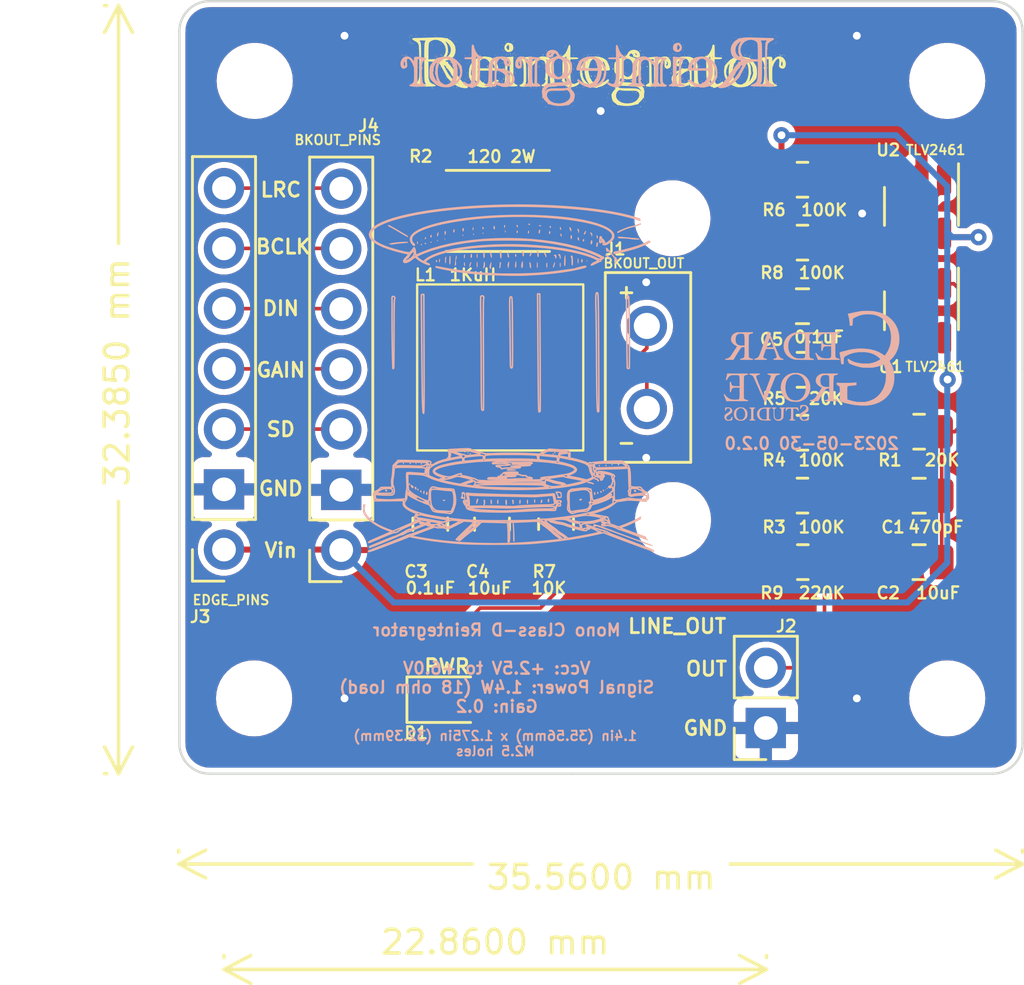
<source format=kicad_pcb>
(kicad_pcb (version 20211014) (generator pcbnew)
  (title_block (title "Mono Reintegrator Breakout") (date "2023-05-30") (rev "0.2.0") (company "Cedar Grove Studios"))
  (layers (0 "F.Cu" signal) (31 "B.Cu" signal) (34 "B.Paste" user) (35 "F.Paste" user) (36 "B.SilkS" user "B.Silkscreen") (37 "F.SilkS" user "F.Silkscreen") (38 "B.Mask" user) (39 "F.Mask" user) (44 "Edge.Cuts" user))
  (net 0 "")
  (net 1 "GND")
  (net 2 "Net-(C1-Pad1)")
  (net 3 "/Vcc")
  (net 4 "Net-(D1-Pad2)")
  (net 5 "/IN+")
  (net 6 "/LINE_OUT")
  (net 7 "/IN-")
  (net 8 "/SD")
  (net 9 "/GAIN")
  (net 10 "/DIN")
  (net 11 "/BCLK")
  (net 12 "/LRC")
  (net 13 "Net-(R4-Pad2)")
  (net 14 "Net-(C5-Pad1)")
  (net 15 "/VREF")
  (net 16 "Net-(C1-Pad2)")
  (net 17 "Net-(L1-Pad1)")
  (footprint "MountingHole:MountingHole_2.7mm_M2.5" (layer "F.Cu") (at 142.9004 92.71)
    (fp_text reference "REF**" hide)
    (fp_text value "MountingHole_2.7mm_M2.5" hide)
    (pad "" np_thru_hole circle locked (at 0 0) (size 2.7 2.7) (drill 2.7) (layers *.Cu *.Mask))
  )
  (footprint "LED_SMD:LED_0805_2012Metric" (layer "F.Cu") (at 151 118.8)
    (fp_text reference "D1" (at -1.3 1.4 180) (layer "F.SilkS") (effects (font (size 0.5 0.5) (thickness 0.1))))
    (fp_text value "PWR" (at 0 -1.4 180) (layer "F.SilkS") (effects (font (size 0.6 0.6) (thickness 0.12))))
    (pad "1" smd roundrect (at -0.9375 0) (size 0.975 1.4) (layers "F.Cu" "F.Paste" "F.Mask") (net 1 "GND"))
    (pad "2" smd roundrect (at 0.9375 0) (size 0.975 1.4) (layers "F.Cu" "F.Paste" "F.Mask") (net 4 "Net-(D1-Pad2)"))
  )
  (footprint "Resistor_SMD:R_0805_2012Metric" (layer "F.Cu") (at 165.985 99.528333 180)
    (fp_text reference "R8" (at 1.285 -1.271667) (layer "F.SilkS") (effects (font (size 0.5 0.5) (thickness 0.1))))
    (fp_text value "100K" (at -0.815 -1.271667) (layer "F.SilkS") (effects (font (size 0.5 0.5) (thickness 0.1))))
    (pad "1" smd roundrect (at -0.9125 0 180) (size 1.025 1.4) (layers "F.Cu" "F.Paste" "F.Mask") (roundrect_rratio 0.243902439) (net 14 "Net-(C5-Pad1)"))
    (pad "2" smd roundrect (at 0.9125 0 180) (size 1.025 1.4) (layers "F.Cu" "F.Paste" "F.Mask") (roundrect_rratio 0.243902439) (net 1 "GND"))
  )
  (footprint "MountingHole:MountingHole_2.7mm_M2.5" (layer "F.Cu") (at 172.085 118.745)
    (fp_text reference "REF**" hide)
    (fp_text value "MountingHole_2.7mm_M2.5" hide)
    (pad "" np_thru_hole circle locked (at 0 0) (size 2.7 2.7) (drill 2.7) (layers *.Cu *.Mask))
  )
  (footprint "Package_TO_SOT_SMD:SOT-23-5" (layer "F.Cu") (at 171 98 -90)
    (fp_text reference "U2" (at -2.376667 1.4 180) (layer "F.SilkS") (effects (font (size 0.5 0.5) (thickness 0.1))))
    (fp_text value "TLV2461" (at -2.376667 -0.6 180) (layer "F.SilkS") (effects (font (size 0.4 0.4) (thickness 0.08))))
    (pad "1" smd roundrect (at -1.1375 -0.95 270) (size 1.325 0.6) (layers "F.Cu" "F.Paste" "F.Mask") (net 15 "/VREF"))
    (pad "2" smd roundrect (at -1.1375 0 270) (size 1.325 0.6) (layers "F.Cu" "F.Paste" "F.Mask") (net 1 "GND"))
    (pad "3" smd roundrect (at -1.1375 0.95 270) (size 1.325 0.6) (layers "F.Cu" "F.Paste" "F.Mask") (net 14 "Net-(C5-Pad1)"))
    (pad "4" smd roundrect (at 1.1375 0.95 270) (size 1.325 0.6) (layers "F.Cu" "F.Paste" "F.Mask") (net 15 "/VREF"))
    (pad "5" smd roundrect (at 1.1375 -0.95 270) (size 1.325 0.6) (layers "F.Cu" "F.Paste" "F.Mask") (net 3 "/Vcc"))
  )
  (footprint "Capacitor_SMD:C_0805_2012Metric" (layer "F.Cu") (at 170.9 113 180)
    (fp_text reference "C2" (at 1.3 -1.3) (layer "F.SilkS") (effects (font (size 0.5 0.5) (thickness 0.1))))
    (fp_text value "10uF" (at -0.8 -1.3) (layer "F.SilkS") (effects (font (size 0.5 0.5) (thickness 0.1))))
    (pad "1" smd roundrect (at -0.95 0 180) (size 1 1.45) (layers "F.Cu" "F.Paste" "F.Mask") (net 16 "Net-(C1-Pad2)"))
    (pad "2" smd roundrect (at 0.95 0 180) (size 1 1.45) (layers "F.Cu" "F.Paste" "F.Mask") (net 6 "/LINE_OUT"))
  )
  (footprint "TerminalBlock_4Ucon:TerminalBlock_4Ucon_1x02_P3.50mm_Vertical" (layer "F.Cu") (at 159.4254 103.0412 -90)
    (fp_text reference "J1" (at -3.2412 1.3254 180) (layer "F.SilkS") (effects (font (size 0.5 0.5) (thickness 0.1))))
    (fp_text value "BKOUT_OUT" (at -2.6412 0.1254 180) (layer "F.SilkS") (effects (font (size 0.4 0.4) (thickness 0.08))))
    (pad "1" thru_hole circle (at 0 0 270) (size 1.7 1.7) (drill 1.1) (layers *.Cu *.Mask) (net 5 "/IN+"))
    (pad "2" thru_hole circle (at 3.5 0 270) (size 1.7 1.7) (drill 1.1) (layers *.Cu *.Mask) (net 7 "/IN-"))
  )
  (footprint "MountingHole:MountingHole_2.7mm_M2.5" (layer "F.Cu") (at 142.875 118.745)
    (fp_text reference "REF**" hide)
    (fp_text value "MountingHole_2.7mm_M2.5" hide)
    (pad "" np_thru_hole circle locked (at 0 0) (size 2.7 2.7) (drill 2.7) (layers *.Cu *.Mask))
  )
  (footprint "MountingHole:MountingHole_2.7mm_M2.5" (layer "F.Cu") (at 172.085 92.71)
    (fp_text reference "REF**" hide)
    (fp_text value "MountingHole_2.7mm_M2.5" hide)
    (pad "" np_thru_hole circle locked (at 0 0) (size 2.7 2.7) (drill 2.7) (layers *.Cu *.Mask))
  )
  (footprint "Resistor_SMD:R_0805_2012Metric" (layer "F.Cu") (at 155.6 111.4 -90)
    (fp_text reference "R7" (at 2 0.5 180) (layer "F.SilkS") (effects (font (size 0.5 0.5) (thickness 0.1))))
    (fp_text value "10K" (at 2.7 0.3 180) (layer "F.SilkS") (effects (font (size 0.5 0.5) (thickness 0.1))))
    (pad "1" smd roundrect (at -0.9125 0 270) (size 1.025 1.4) (layers "F.Cu" "F.Paste" "F.Mask") (roundrect_rratio 0.243902439) (net 3 "/Vcc"))
    (pad "2" smd roundrect (at 0.9125 0 270) (size 1.025 1.4) (layers "F.Cu" "F.Paste" "F.Mask") (roundrect_rratio 0.243902439) (net 4 "Net-(D1-Pad2)"))
  )
  (footprint "Package_TO_SOT_SMD:SOT-23-5" (layer "F.Cu") (at 171 102.4 -90)
    (fp_text reference "U1" (at 2.3625 1.3) (layer "F.SilkS") (effects (font (size 0.5 0.5) (thickness 0.1))))
    (fp_text value "TLV2461" (at 2.3625 -0.57) (layer "F.SilkS") (effects (font (size 0.4 0.4) (thickness 0.08))))
    (pad "1" smd roundrect (at -1.1375 -0.95 270) (size 1.325 0.6) (layers "F.Cu" "F.Paste" "F.Mask") (net 16 "Net-(C1-Pad2)"))
    (pad "2" smd roundrect (at -1.1375 0 270) (size 1.325 0.6) (layers "F.Cu" "F.Paste" "F.Mask") (net 1 "GND"))
    (pad "3" smd roundrect (at -1.1375 0.95 270) (size 1.325 0.6) (layers "F.Cu" "F.Paste" "F.Mask") (net 13 "Net-(R4-Pad2)"))
    (pad "4" smd roundrect (at 1.1375 0.95 270) (size 1.325 0.6) (layers "F.Cu" "F.Paste" "F.Mask") (net 2 "Net-(C1-Pad1)"))
    (pad "5" smd roundrect (at 1.1375 -0.95 270) (size 1.325 0.6) (layers "F.Cu" "F.Paste" "F.Mask") (net 3 "/Vcc"))
  )
  (footprint "MountingHole:MountingHole_2.7mm_M2.5" (layer "F.Cu") (at 160.5026 98.5012)
    (fp_text reference "REF**" hide)
    (fp_text value "MountingHole_2.7mm_M2.5" hide)
    (pad "" np_thru_hole circle locked (at 0 0) (size 2.7 2.7) (drill 2.7) (layers *.Cu *.Mask))
  )
  (footprint "Capacitor_SMD:C_0805_2012Metric" (layer "F.Cu") (at 150.3 111.4 -90)
    (fp_text reference "C3" (at 2 0.6) (layer "F.SilkS") (effects (font (size 0.5 0.5) (thickness 0.1))))
    (fp_text value "0.1uF" (at 2.7 0) (layer "F.SilkS") (effects (font (size 0.5 0.5) (thickness 0.1))))
    (pad "1" smd roundrect (at -0.95 0 270) (size 1 1.45) (layers "F.Cu" "F.Paste" "F.Mask") (net 3 "/Vcc"))
    (pad "2" smd roundrect (at 0.95 0 270) (size 1 1.45) (layers "F.Cu" "F.Paste" "F.Mask") (net 1 "GND"))
  )
  (footprint "Resistor_SMD:R_0805_2012Metric" (layer "F.Cu") (at 170.9 107.5)
    (fp_text reference "R1" (at -1.23 1.2) (layer "F.SilkS") (effects (font (size 0.5 0.5) (thickness 0.1))))
    (fp_text value "20K" (at 0.97 1.2) (layer "F.SilkS") (effects (font (size 0.5 0.5) (thickness 0.1))))
    (pad "1" smd roundrect (at -0.9125 0) (size 1.025 1.4) (layers "F.Cu" "F.Paste" "F.Mask") (roundrect_rratio 0.243902439) (net 2 "Net-(C1-Pad1)"))
    (pad "2" smd roundrect (at 0.9125 0) (size 1.025 1.4) (layers "F.Cu" "F.Paste" "F.Mask") (roundrect_rratio 0.243902439) (net 16 "Net-(C1-Pad2)"))
  )
  (footprint "Inductor_SMD:L_Bourns_SRR7045" (layer "F.Cu") (at 153.2454 104.7912 90)
    (fp_text reference "L1" (at 3.9 -3.15 unlocked) (layer "F.SilkS") (effects (font (size 0.5 0.5) (thickness 0.1))))
    (fp_text value "1KuH" (at 3.9 -1.15 unlocked) (layer "F.SilkS") (effects (font (size 0.5 0.5) (thickness 0.1))))
    (pad "1" smd rect (at 0 -3.3 90) (size 2.4 1.2) (layers "F.Cu" "F.Paste" "F.Mask") (net 17 "Net-(L1-Pad1)"))
    (pad "2" smd rect (at 0 3.3 90) (size 2.4 1.2) (layers "F.Cu" "F.Paste" "F.Mask") (net 7 "/IN-"))
  )
  (footprint "Capacitor_SMD:C_0805_2012Metric" (layer "F.Cu") (at 152.9 111.4 -90)
    (fp_text reference "C4" (at 2 0.6) (layer "F.SilkS") (effects (font (size 0.5 0.5) (thickness 0.1))))
    (fp_text value "10uF" (at 2.7 0.1) (layer "F.SilkS") (effects (font (size 0.5 0.5) (thickness 0.1))))
    (pad "1" smd roundrect (at -0.95 0 270) (size 1 1.45) (layers "F.Cu" "F.Paste" "F.Mask") (net 3 "/Vcc"))
    (pad "2" smd roundrect (at 0.95 0 270) (size 1 1.45) (layers "F.Cu" "F.Paste" "F.Mask") (net 1 "GND"))
  )
  (footprint "Capacitor_SMD:C_0805_2012Metric" (layer "F.Cu") (at 165.985 102.209999 180)
    (fp_text reference "C5" (at 1.3 -1.4) (layer "F.SilkS") (effects (font (size 0.5 0.5) (thickness 0.1))))
    (fp_text value "0.1uF" (at -0.7 -1.3) (layer "F.SilkS") (effects (font (size 0.5 0.5) (thickness 0.1))))
    (pad "1" smd roundrect (at -0.95 0 180) (size 1 1.45) (layers "F.Cu" "F.Paste" "F.Mask") (net 14 "Net-(C5-Pad1)"))
    (pad "2" smd roundrect (at 0.95 0 180) (size 1 1.45) (layers "F.Cu" "F.Paste" "F.Mask") (net 1 "GND"))
  )
  (footprint "Connector_PinSocket_2.54mm:PinSocket_1x02_P2.54mm_Vertical" (layer "F.Cu") (at 164.44 119.995 180)
    (fp_text reference "J2" (at -0.86 4.295 180) (layer "F.SilkS") (effects (font (size 0.5 0.5) (thickness 0.1))))
    (fp_text value "LINE_OUT" (at 3.74 4.295 180) (layer "F.SilkS") (effects (font (size 0.6 0.6) (thickness 0.12))))
    (pad "1" thru_hole rect locked (at 0 0 180) (size 1.7 1.7) (drill 1) (layers *.Cu *.Mask) (net 1 "GND"))
    (pad "2" thru_hole oval locked (at 0 2.54 180) (size 1.7 1.7) (drill 1) (layers *.Cu *.Mask) (net 6 "/LINE_OUT"))
  )
  (footprint "Resistor_SMD:R_0805_2012Metric" (layer "F.Cu") (at 165.985 107.543331)
    (fp_text reference "R4" (at -1.195 1.156669) (layer "F.SilkS") (effects (font (size 0.5 0.5) (thickness 0.1))))
    (fp_text value "100K" (at 0.805 1.156669) (layer "F.SilkS") (effects (font (size 0.5 0.5) (thickness 0.1))))
    (pad "1" smd roundrect (at -0.9125 0) (size 1.025 1.4) (layers "F.Cu" "F.Paste" "F.Mask") (roundrect_rratio 0.243902439) (net 5 "/IN+"))
    (pad "2" smd roundrect (at 0.9125 0) (size 1.025 1.4) (layers "F.Cu" "F.Paste" "F.Mask") (roundrect_rratio 0.243902439) (net 13 "Net-(R4-Pad2)"))
  )
  (footprint "Resistor_SMD:R_0805_2012Metric" (layer "F.Cu") (at 165.985 96.876667)
    (fp_text reference "R6" (at -1.2 1.27375) (layer "F.SilkS") (effects (font (size 0.5 0.5) (thickness 0.1))))
    (fp_text value "100K" (at 0.915 1.27375) (layer "F.SilkS") (effects (font (size 0.5 0.5) (thickness 0.1))))
    (pad "1" smd roundrect (at -0.9125 0) (size 1.025 1.4) (layers "F.Cu" "F.Paste" "F.Mask") (roundrect_rratio 0.243902439) (net 3 "/Vcc"))
    (pad "2" smd roundrect (at 0.9125 0) (size 1.025 1.4) (layers "F.Cu" "F.Paste" "F.Mask") (roundrect_rratio 0.243902439) (net 14 "Net-(C5-Pad1)"))
  )
  (footprint "CedarGrove_custom:reintegrator_logo_text_fuzz_0.75in" (layer "F.Cu") (at 157.48 92.075)
    (fp_text reference "REF**" hide)
    (fp_text value "reintegrator_logo_text_fuzz_0.75in" hide)
  )
  (footprint "Capacitor_SMD:C_0805_2012Metric" (layer "F.Cu") (at 170.9 110.2)
    (fp_text reference "C1" (at -1.1 1.323333) (layer "F.SilkS") (effects (font (size 0.5 0.5) (thickness 0.1))))
    (fp_text value "470pF" (at 0.704 1.323333) (layer "F.SilkS") (effects (font (size 0.5 0.5) (thickness 0.1))))
    (pad "1" smd roundrect (at -0.95 0) (size 1 1.45) (layers "F.Cu" "F.Paste" "F.Mask") (net 2 "Net-(C1-Pad1)"))
    (pad "2" smd roundrect (at 0.95 0) (size 1 1.45) (layers "F.Cu" "F.Paste" "F.Mask") (net 16 "Net-(C1-Pad2)"))
  )
  (footprint "Connector_PinSocket_2.54mm:PinSocket_1x07_P2.54mm_Vertical" (layer "F.Cu") (at 146.5454 112.4912 180)
    (fp_text reference "J4" (at -1.1546 17.8912) (layer "F.SilkS") (effects (font (size 0.5 0.5) (thickness 0.1))))
    (fp_text value "BKOUT_PINS" (at 0.1454 17.2912) (layer "F.SilkS") (effects (font (size 0.4 0.4) (thickness 0.08))))
    (pad "1" thru_hole circle locked (at 0 0 180) (size 1.7 1.7) (drill 1) (layers *.Cu *.Mask) (net 3 "/Vcc"))
    (pad "2" thru_hole rect locked (at 0 2.54 180) (size 1.7 1.7) (drill 1) (layers *.Cu *.Mask) (net 1 "GND"))
    (pad "3" thru_hole oval locked (at 0 5.08 180) (size 1.7 1.7) (drill 1) (layers *.Cu *.Mask) (net 8 "/SD"))
    (pad "4" thru_hole oval locked (at 0 7.62 180) (size 1.7 1.7) (drill 1) (layers *.Cu *.Mask) (net 9 "/GAIN"))
    (pad "5" thru_hole oval locked (at 0 10.16 180) (size 1.7 1.7) (drill 1) (layers *.Cu *.Mask) (net 10 "/DIN"))
    (pad "6" thru_hole oval locked (at 0 12.7 180) (size 1.7 1.7) (drill 1) (layers *.Cu *.Mask) (net 11 "/BCLK"))
    (pad "7" thru_hole oval locked (at 0 15.24 180) (size 1.7 1.7) (drill 1) (layers *.Cu *.Mask) (net 12 "/LRC"))
  )
  (footprint "Resistor_SMD:R_0805_2012Metric" (layer "F.Cu") (at 166 113 180)
    (fp_text reference "R9" (at 1.3 -1.3) (layer "F.SilkS") (effects (font (size 0.5 0.5) (thickness 0.1))))
    (fp_text value "220K" (at -0.8 -1.3) (layer "F.SilkS") (effects (font (size 0.5 0.5) (thickness 0.1))))
    (pad "1" smd roundrect (at -0.9125 0 180) (size 1.025 1.4) (layers "F.Cu" "F.Paste" "F.Mask") (roundrect_rratio 0.243902439) (net 6 "/LINE_OUT"))
    (pad "2" smd roundrect (at 0.9125 0 180) (size 1.025 1.4) (layers "F.Cu" "F.Paste" "F.Mask") (roundrect_rratio 0.243902439) (net 1 "GND"))
  )
  (footprint "Resistor_SMD:R_2512_6332Metric" (layer "F.Cu") (at 153.1454 98.1912 180)
    (fp_text reference "R2" (at 3.2454 2.3 180) (layer "F.SilkS") (effects (font (size 0.5 0.5) (thickness 0.1))))
    (fp_text value "120 2W" (at -0.1546 2.2912 180) (layer "F.SilkS") (effects (font (size 0.5 0.5) (thickness 0.1))))
    (pad "1" smd roundrect locked (at -2.9625 0 180) (size 1.225 3.35) (layers "F.Cu" "F.Paste" "F.Mask") (roundrect_rratio 0.2040816327) (net 5 "/IN+"))
    (pad "2" smd roundrect locked (at 2.9625 0 180) (size 1.225 3.35) (layers "F.Cu" "F.Paste" "F.Mask") (roundrect_rratio 0.2040816327) (net 17 "Net-(L1-Pad1)"))
  )
  (footprint "MountingHole:MountingHole_2.7mm_M2.5" (layer "F.Cu") (at 160.528 111.2266)
    (fp_text reference "REF**" hide)
    (fp_text value "MountingHole_2.7mm_M2.5" hide)
    (pad "" np_thru_hole circle locked (at 0 0) (size 2.7 2.7) (drill 2.7) (layers *.Cu *.Mask))
  )
  (footprint "Connector_PinSocket_2.54mm:PinSocket_1x07_P2.54mm_Vertical" (layer "F.Cu") (at 141.6054 112.4712 180)
    (fp_text reference "J3" (at 1.0054 -2.8288) (layer "F.SilkS") (effects (font (size 0.5 0.5) (thickness 0.1))))
    (fp_text value "EDGE_PINS" (at -0.2946 -2.1288) (layer "F.SilkS") (effects (font (size 0.4 0.4) (thickness 0.08))))
    (pad "1" thru_hole circle locked (at 0 0 180) (size 1.7 1.7) (drill 1) (layers *.Cu *.Mask) (net 3 "/Vcc"))
    (pad "2" thru_hole rect locked (at 0 2.54 180) (size 1.7 1.7) (drill 1) (layers *.Cu *.Mask) (net 1 "GND"))
    (pad "3" thru_hole oval locked (at 0 5.08 180) (size 1.7 1.7) (drill 1) (layers *.Cu *.Mask) (net 8 "/SD"))
    (pad "4" thru_hole oval locked (at 0 7.62 180) (size 1.7 1.7) (drill 1) (layers *.Cu *.Mask) (net 9 "/GAIN"))
    (pad "5" thru_hole oval locked (at 0 10.16 180) (size 1.7 1.7) (drill 1) (layers *.Cu *.Mask) (net 10 "/DIN"))
    (pad "6" thru_hole oval locked (at 0 12.7 180) (size 1.7 1.7) (drill 1) (layers *.Cu *.Mask) (net 11 "/BCLK"))
    (pad "7" thru_hole oval locked (at 0 15.24 180) (size 1.7 1.7) (drill 1) (layers *.Cu *.Mask) (net 12 "/LRC"))
  )
  (footprint "Resistor_SMD:R_0805_2012Metric" (layer "F.Cu") (at 165.985 104.891665 180)
    (fp_text reference "R5" (at 1.195 -1.215) (layer "F.SilkS") (effects (font (size 0.5 0.5) (thickness 0.1))))
    (fp_text value "20K" (at -1.005 -1.215) (layer "F.SilkS") (effects (font (size 0.5 0.5) (thickness 0.1))))
    (pad "1" smd roundrect (at -0.9125 0 180) (size 1.025 1.4) (layers "F.Cu" "F.Paste" "F.Mask") (roundrect_rratio 0.243902439) (net 13 "Net-(R4-Pad2)"))
    (pad "2" smd roundrect (at 0.9125 0 180) (size 1.025 1.4) (layers "F.Cu" "F.Paste" "F.Mask") (roundrect_rratio 0.243902439) (net 15 "/VREF"))
  )
  (footprint "Resistor_SMD:R_0805_2012Metric" (layer "F.Cu") (at 165.985 110.194997)
    (fp_text reference "R3" (at -1.195 1.328336) (layer "F.SilkS") (effects (font (size 0.5 0.5) (thickness 0.1))))
    (fp_text value "100K" (at 0.805 1.328336) (layer "F.SilkS") (effects (font (size 0.5 0.5) (thickness 0.1))))
    (pad "1" smd roundrect (at -0.9125 0) (size 1.025 1.4) (layers "F.Cu" "F.Paste" "F.Mask") (roundrect_rratio 0.243902439) (net 7 "/IN-"))
    (pad "2" smd roundrect (at 0.9125 0) (size 1.025 1.4) (layers "F.Cu" "F.Paste" "F.Mask") (roundrect_rratio 0.243902439) (net 2 "Net-(C1-Pad1)"))
  )
  (footprint "CedarGrove_custom:reintegrator_0.5x0.7in" (layer "B.Cu") (at 153.67 104.775 180)
    (fp_text reference "REF**" hide)
    (fp_text value "reintegrator_0.5x0.7in" hide)
  )
  (footprint "CedarGrove_custom:reintegrator_logo_text_fuzz_0.75in" (layer "B.Cu") (at 156.845 92.075 180)
    (fp_text reference "REF**" hide)
    (fp_text value "reintegrator_logo_text_fuzz_0.75in" hide)
  )
  (footprint "CedarGrove_custom:CedarGroveStudios_TEXT_LOGO_8x5_4mm" (layer "B.Cu") (at 166.30489 104.7 180)
    (fp_text reference "G***" hide)
    (fp_text value "LOGO" hide)
  )
  (gr_line (start 139.7254 90.618174) (end 139.7254 104.8512) (layer "Edge.Cuts") (width 0.1))
  (gr_arc (start 140.9954 121.92) (mid 140.097374 121.548026) (end 139.7254 120.65) (layer "Edge.Cuts") (width 0.1))
  (gr_line (start 173.99 89.348174) (end 156.2354 89.348174) (layer "Edge.Cuts") (width 0.1))
  (gr_line (start 156.2354 89.348174) (end 140.9954 89.348174) (layer "Edge.Cuts") (width 0.1))
  (gr_arc (start 175.26 120.649999) (mid 174.888026 121.548025) (end 173.99 121.919999) (layer "Edge.Cuts") (width 0.1))
  (gr_line (start 175.26 104.851199) (end 175.26 120.649999) (layer "Edge.Cuts") (width 0.1))
  (gr_line (start 139.7254 104.8512) (end 139.7254 120.65) (layer "Edge.Cuts") (width 0.1))
  (gr_arc (start 173.99 89.348174) (mid 174.888026 89.720148) (end 175.26 90.618174) (layer "Edge.Cuts") (width 0.1))
  (gr_line (start 173.99 121.919999) (end 156.2354 121.92) (layer "Edge.Cuts") (width 0.1))
  (gr_line (start 156.2354 121.92) (end 140.9954 121.92) (layer "Edge.Cuts") (width 0.1))
  (gr_arc (start 139.7254 90.618174) (mid 140.097374 89.720148) (end 140.9954 89.348174) (layer "Edge.Cuts") (width 0.1))
  (gr_line (start 175.26 90.618174) (end 175.26 104.851199) (layer "Edge.Cuts") (width 0.1))
  (gr_text "Mono Class-D Reintegrator\n\nVcc: +2.5V to +6.0V\nSignal Power: 1.4W (18 ohm load)\nGain: 0.2\n" (at 153.1 117.475) (layer "B.SilkS") (effects (font (size 0.5 0.5) (thickness 0.1)) (justify mirror)))
  (gr_text "1.4in (35.56mm) x 1.275in (32.39mm)\nM2.5 holes" (at 153.035 120.65) (layer "B.SilkS") (effects (font (size 0.4 0.4) (thickness 0.08)) (justify mirror)))
  (gr_text "2023-05-30 0.2.0" (at 166.37 108) (layer "B.SilkS") (effects (font (size 0.5 0.5) (thickness 0.1)) (justify mirror)))
  (gr_text "BCLK" (at 144.1 99.7) (layer "F.SilkS") (effects (font (size 0.6 0.6) (thickness 0.12))))
  (gr_text "Vin" (at 144 112.5) (layer "F.SilkS") (effects (font (size 0.6 0.6) (thickness 0.12))))
  (gr_text "GND" (at 144 109.9) (layer "F.SilkS") (effects (font (size 0.6 0.6) (thickness 0.12))))
  (gr_text "GAIN" (at 144 104.9) (layer "F.SilkS") (effects (font (size 0.6 0.6) (thickness 0.12))))
  (gr_text "GND" (at 160.9 120) (layer "F.SilkS") (effects (font (size 0.6 0.6) (thickness 0.12)) (justify left)))
  (gr_text "+" (at 158.115 101.6) (layer "F.SilkS") (effects (font (size 0.6 0.6) (thickness 0.12)) (justify left)))
  (gr_text "DIN" (at 144 102.3) (layer "F.SilkS") (effects (font (size 0.6 0.6) (thickness 0.12))))
  (gr_text "OUT" (at 161 117.5) (layer "F.SilkS") (effects (font (size 0.6 0.6) (thickness 0.12)) (justify left)))
  (gr_text "-" (at 158.115 107.95) (layer "F.SilkS") (effects (font (size 0.6 0.6) (thickness 0.12)) (justify left)))
  (gr_text "SD" (at 144 107.4) (layer "F.SilkS") (effects (font (size 0.6 0.6) (thickness 0.12))))
  (gr_text "LRC" (at 144 97.3) (layer "F.SilkS") (effects (font (size 0.6 0.6) (thickness 0.12))))
  (dimension (type aligned) (layer "F.SilkS") (pts (xy 137.16 121.92) (xy 137.16 89.535)) (height 0) (gr_text "1.2750 in" (at 137.1 105 90) (layer "F.SilkS") (effects (font (size 1 1) (thickness 0.15)))) (format (units 3) (units_format 1) (precision 4)) (style (thickness 0.15) (arrow_length 1.27) (text_position_mode 2) (extension_height 0.58642) (extension_offset 0.5) keep_text_aligned))
  (dimension (type aligned) (layer "F.SilkS") (pts (xy 141.605 130.175) (xy 164.465 130.175)) (height 0) (gr_text "0.9000 in" (at 153.035 129.025) (layer "F.SilkS") (effects (font (size 1 1) (thickness 0.15)))) (format (units 3) (units_format 1) (precision 4)) (style (thickness 0.15) (arrow_length 1.27) (text_position_mode 0) (extension_height 0.58642) (extension_offset 0.5) keep_text_aligned))
  (dimension (type aligned) (layer "F.SilkS") (pts (xy 139.7 125.73) (xy 175.26 125.73)) (height 0) (gr_text "1.4000 in" (at 157.5054 126.29) (layer "F.SilkS") (effects (font (size 1 1) (thickness 0.15)))) (format (units 3) (units_format 1) (precision 4)) (style (thickness 0.15) (arrow_length 1.27) (text_position_mode 2) (extension_height 0.58642) (extension_offset 0.5) keep_text_aligned))
  (via (at 159.4 108.6) (size 0.6858) (drill 0.3302) (layers "F.Cu" "B.Cu") (net 1))
  (via (at 168.5 98.3) (size 0.6858) (drill 0.3302) (layers "F.Cu" "B.Cu") (net 1))
  (via (at 168.275 90.805) (size 0.6858) (drill 0.3302) (layers "F.Cu" "B.Cu") (net 1))
  (via (at 146.685 90.805) (size 0.6858) (drill 0.3302) (layers "F.Cu" "B.Cu") (net 1))
  (via (at 159.4 101.2) (size 0.6858) (drill 0.3302) (layers "F.Cu" "B.Cu") (net 1))
  (via (at 168.275 118.745) (size 0.6858) (drill 0.3302) (layers "F.Cu" "B.Cu") (net 1))
  (via (at 157.48 93.98) (size 0.6858) (drill 0.3302) (layers "F.Cu" "B.Cu") (net 1))
  (via (at 146.685 118.745) (size 0.6858) (drill 0.3302) (layers "F.Cu" "B.Cu") (net 1))
  (segment (start 169.95 110.2) (end 169.9875 110.1625) (width 0.1524) (layer "F.Cu") (net 2))
  (segment (start 169.9875 110.1625) (end 169.9875 107.5) (width 0.1524) (layer "F.Cu") (net 2))
  (segment (start 166.8975 110.194997) (end 169.944997 110.194997) (width 0.1524) (layer "F.Cu") (net 2))
  (segment (start 169.9875 103.6) (end 170.05 103.5375) (width 0.1524) (layer "F.Cu") (net 2))
  (segment (start 169.9875 107.5) (end 169.9875 103.6) (width 0.1524) (layer "F.Cu") (net 2))
  (segment (start 169.944997 110.194997) (end 169.95 110.2) (width 0.1524) (layer "F.Cu") (net 2))
  (segment (start 148.0088 112.4912) (end 148.6 111.9) (width 0.254) (layer "F.Cu") (net 3))
  (segment (start 148.6 111.9) (end 148.6 111.2) (width 0.254) (layer "F.Cu") (net 3))
  (segment (start 165.1 95) (end 165.1 96.849167) (width 0.254) (layer "F.Cu") (net 3))
  (segment (start 172.1 105.3) (end 172.1 103.6875) (width 0.254) (layer "F.Cu") (net 3))
  (segment (start 155.5625 110.45) (end 155.6 110.4875) (width 0.254) (layer "F.Cu") (net 3))
  (segment (start 146.5454 112.4912) (end 148.0088 112.4912) (width 0.254) (layer "F.Cu") (net 3))
  (segment (start 172.1125 99.3) (end 171.95 99.1375) (width 0.254) (layer "F.Cu") (net 3))
  (segment (start 173.4 99.3) (end 172.1125 99.3) (width 0.254) (layer "F.Cu") (net 3))
  (segment (start 149.35 110.45) (end 150.3 110.45) (width 0.254) (layer "F.Cu") (net 3))
  (segment (start 148.6 111.2) (end 149.35 110.45) (width 0.254) (layer "F.Cu") (net 3))
  (segment (start 150.3 110.45) (end 152.9 110.45) (width 0.254) (layer "F.Cu") (net 3))
  (segment (start 165.1 96.849167) (end 165.0725 96.876667) (width 0.254) (layer "F.Cu") (net 3))
  (segment (start 152.9 110.45) (end 155.5625 110.45) (width 0.254) (layer "F.Cu") (net 3))
  (segment (start 172.1 103.6875) (end 171.95 103.5375) (width 0.254) (layer "F.Cu") (net 3))
  (segment (start 146.5254 112.4712) (end 146.5454 112.4912) (width 0.254) (layer "F.Cu") (net 3))
  (segment (start 141.6054 112.4712) (end 146.5254 112.4712) (width 0.254) (layer "F.Cu") (net 3))
  (via (at 173.4 99.3) (size 0.6858) (drill 0.3302) (layers "F.Cu" "B.Cu") (net 3))
  (via (at 172.1 105.3) (size 0.6858) (drill 0.3302) (layers "F.Cu" "B.Cu") (net 3))
  (via (at 165.1 95) (size 0.6858) (drill 0.3302) (layers "F.Cu" "B.Cu") (net 3))
  (segment (start 172.3 99.3) (end 172.085 99.085) (width 0.254) (layer "B.Cu") (net 3))
  (segment (start 148.7542 114.7) (end 146.5454 112.4912) (width 0.254) (layer "B.Cu") (net 3))
  (segment (start 172.085 113.03) (end 170.415 114.7) (width 0.254) (layer "B.Cu") (net 3))
  (segment (start 170.415 114.7) (end 148.7542 114.7) (width 0.254) (layer "B.Cu") (net 3))
  (segment (start 173.4 99.3) (end 172.3 99.3) (width 0.254) (layer "B.Cu") (net 3))
  (segment (start 165.1 95) (end 169.93 95) (width 0.254) (layer "B.Cu") (net 3))
  (segment (start 172.085 97.155) (end 172.085 99.085) (width 0.254) (layer "B.Cu") (net 3))
  (segment (start 172.085 99.085) (end 172.085 113.03) (width 0.254) (layer "B.Cu") (net 3))
  (segment (start 169.93 95) (end 172.085 97.155) (width 0.254) (layer "B.Cu") (net 3))
  (segment (start 151.9375 118.8) (end 151.765 118.6275) (width 0.1524) (layer "F.Cu") (net 4))
  (segment (start 155.6 114.275) (end 155.6 112.3125) (width 0.1524) (layer "F.Cu") (net 4))
  (segment (start 152.4 114.935) (end 154.94 114.935) (width 0.1524) (layer "F.Cu") (net 4))
  (segment (start 154.94 114.935) (end 155.6 114.275) (width 0.1524) (layer "F.Cu") (net 4))
  (segment (start 151.765 115.57) (end 152.4 114.935) (width 0.1524) (layer "F.Cu") (net 4))
  (segment (start 151.765 118.6275) (end 151.765 115.57) (width 0.1524) (layer "F.Cu") (net 4))
  (segment (start 160.9 104.4) (end 164.043331 107.543331) (width 0.1524) (layer "F.Cu") (net 5))
  (segment (start 159 104.4) (end 157.8 104.4) (width 0.1524) (layer "F.Cu") (net 5))
  (segment (start 159.4254 103.9746) (end 159 104.4) (width 0.1524) (layer "F.Cu") (net 5))
  (segment (start 159.4254 103.0412) (end 159.4254 103.9746) (width 0.1524) (layer "F.Cu") (net 5))
  (segment (start 157.8 104.4) (end 157.5 104.1) (width 0.1524) (layer "F.Cu") (net 5))
  (segment (start 157.5 104.1) (end 157.5 99.5833) (width 0.1524) (layer "F.Cu") (net 5))
  (segment (start 159 104.4) (end 160.9 104.4) (width 0.1524) (layer "F.Cu") (net 5))
  (segment (start 164.043331 107.543331) (end 165.0725 107.543331) (width 0.1524) (layer "F.Cu") (net 5))
  (segment (start 157.5 99.5833) (end 156.1079 98.1912) (width 0.1524) (layer "F.Cu") (net 5))
  (segment (start 164.44 117.455) (end 165.755 117.455) (width 0.1524) (layer "F.Cu") (net 6))
  (segment (start 169.95 113) (end 166.9125 113) (width 0.1524) (layer "F.Cu") (net 6))
  (segment (start 166.9125 116.2975) (end 166.9125 113) (width 0.1524) (layer "F.Cu") (net 6))
  (segment (start 165.755 117.455) (end 166.9125 116.2975) (width 0.1524) (layer "F.Cu") (net 6))
  (segment (start 158.8912 104.7912) (end 159.4254 105.3254) (width 0.1524) (layer "F.Cu") (net 7))
  (segment (start 156.5454 104.7912) (end 158.8912 104.7912) (width 0.1524) (layer "F.Cu") (net 7))
  (segment (start 158.8912 104.7912) (end 158.9 104.8) (width 0.1524) (layer "F.Cu") (net 7))
  (segment (start 158.9 104.8) (end 160.869626 104.8) (width 0.1524) (layer "F.Cu") (net 7))
  (segment (start 159.4254 105.3254) (end 159.4254 106.5412) (width 0.1524) (layer "F.Cu") (net 7))
  (segment (start 164.494997 110.194997) (end 165.0725 110.194997) (width 0.1524) (layer "F.Cu") (net 7))
  (segment (start 163.9 109.6) (end 164.494997 110.194997) (width 0.1524) (layer "F.Cu") (net 7))
  (segment (start 160.869626 104.8) (end 163.9 107.830374) (width 0.1524) (layer "F.Cu") (net 7))
  (segment (start 163.9 107.830374) (end 163.9 109.6) (width 0.1524) (layer "F.Cu") (net 7))
  (segment (start 141.6054 107.3912) (end 146.5254 107.3912) (width 0.1524) (layer "F.Cu") (net 8))
  (segment (start 146.5254 107.3912) (end 146.5454 107.4112) (width 0.1524) (layer "F.Cu") (net 8))
  (segment (start 146.5254 104.8512) (end 146.5454 104.8712) (width 0.1524) (layer "F.Cu") (net 9))
  (segment (start 141.6054 104.8512) (end 146.5254 104.8512) (width 0.1524) (layer "F.Cu") (net 9))
  (segment (start 146.5254 102.3112) (end 146.5454 102.3312) (width 0.1524) (layer "F.Cu") (net 10))
  (segment (start 141.6054 102.3112) (end 146.5254 102.3112) (width 0.1524) (layer "F.Cu") (net 10))
  (segment (start 146.5254 99.7712) (end 146.5454 99.7912) (width 0.1524) (layer "F.Cu") (net 11))
  (segment (start 141.6054 99.7712) (end 146.5254 99.7712) (width 0.1524) (layer "F.Cu") (net 11))
  (segment (start 141.6054 97.2312) (end 146.5254 97.2312) (width 0.1524) (layer "F.Cu") (net 12))
  (segment (start 146.5254 97.2312) (end 146.5454 97.2512) (width 0.1524) (layer "F.Cu") (net 12))
  (segment (start 166.8975 107.543331) (end 166.8975 104.891665) (width 0.1524) (layer "F.Cu") (net 13))
  (segment (start 166.938709 104.891665) (end 170.05 101.780374) (width 0.1524) (layer "F.Cu") (net 13))
  (segment (start 170.05 101.780374) (end 170.05 101.2625) (width 0.1524) (layer "F.Cu") (net 13))
  (segment (start 166.8975 96.876667) (end 170.035833 96.876667) (width 0.1524) (layer "F.Cu") (net 14))
  (segment (start 166.8975 96.876667) (end 166.8975 98.1025) (width 0.1524) (layer "F.Cu") (net 14))
  (segment (start 170.035833 96.876667) (end 170.05 96.8625) (width 0.1524) (layer "F.Cu") (net 14))
  (segment (start 166.8975 102.172499) (end 166.935 102.209999) (width 0.1524) (layer "F.Cu") (net 14))
  (segment (start 166.8975 98.1025) (end 166.8975 99.528333) (width 0.1524) (layer "F.Cu") (net 14))
  (segment (start 166.8975 99.528333) (end 166.8975 102.172499) (width 0.1524) (layer "F.Cu") (net 14))
  (segment (start 169.5625 99.1375) (end 170.05 99.1375) (width 0.1524) (layer "F.Cu") (net 15))
  (segment (start 169.1 99.6) (end 169.5625 99.1375) (width 0.1524) (layer "F.Cu") (net 15))
  (segment (start 170.05 99.1375) (end 170.065926 99.1375) (width 0.1524) (layer "F.Cu") (net 15))
  (segment (start 170.065926 99.1375) (end 171.95 97.253426) (width 0.1524) (layer "F.Cu") (net 15))
  (segment (start 171.95 97.253426) (end 171.95 96.8625) (width 0.1524) (layer "F.Cu") (net 15))
  (segment (start 167.8 103.6) (end 169.1 102.3) (width 0.1524) (layer "F.Cu") (net 15))
  (segment (start 165.0725 104.891665) (end 165.0725 104.1275) (width 0.1524) (layer "F.Cu") (net 15))
  (segment (start 165.6 103.6) (end 167.8 103.6) (width 0.1524) (layer "F.Cu") (net 15))
  (segment (start 165.0725 104.1275) (end 165.6 103.6) (width 0.1524) (layer "F.Cu") (net 15))
  (segment (start 169.1 102.3) (end 169.1 99.6) (width 0.1524) (layer "F.Cu") (net 15))
  (segment (start 173.5 106.4) (end 173.5 102.4) (width 0.1524) (layer "F.Cu") (net 16))
  (segment (start 172.3625 101.2625) (end 171.95 101.2625) (width 0.1524) (layer "F.Cu") (net 16))
  (segment (start 173.5 102.4) (end 172.3625 101.2625) (width 0.1524) (layer "F.Cu") (net 16))
  (segment (start 172.4 107.5) (end 173.5 106.4) (width 0.1524) (layer "F.Cu") (net 16))
  (segment (start 171.8125 107.5) (end 172.4 107.5) (width 0.1524) (layer "F.Cu") (net 16))
  (segment (start 171.85 107.5375) (end 171.8125 107.5) (width 0.1524) (layer "F.Cu") (net 16))
  (segment (start 171.85 113) (end 171.85 110.2) (width 0.1524) (layer "F.Cu") (net 16))
  (segment (start 171.85 110.2) (end 171.85 107.5375) (width 0.1524) (layer "F.Cu") (net 16))
  (segment (start 149.9454 98.4287) (end 150.1829 98.1912) (width 0.1524) (layer "F.Cu") (net 17))
  (segment (start 149.9454 104.7912) (end 149.9454 98.4287) (width 0.1524) (layer "F.Cu") (net 17))
  (zone (net 1) (net_name "GND") (layers F&B.Cu) (connect_pads (clearance 0.254)) (min_thickness 0.254) (fill yes (thermal_gap 0.508) (thermal_bridge_width 0.508))
    (polygon (pts (xy 175.26 121.92) (xy 139.7 121.92) (xy 139.7 89.535) (xy 175.26 89.535)))
  )
)
</source>
